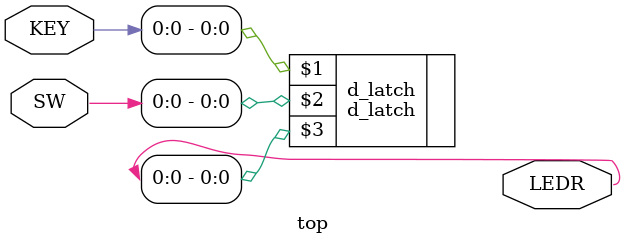
<source format=v>
module top (SW, KEY, LEDR);

    input wire [9:0] SW;        // DE-series switches
    input wire [3:0] KEY;       // DE-series pushbuttons

    output wire [9:0] LEDR;     // DE-series LEDs   

    d_latch d_latch (KEY[0], SW[0], LEDR[0]);

endmodule


</source>
